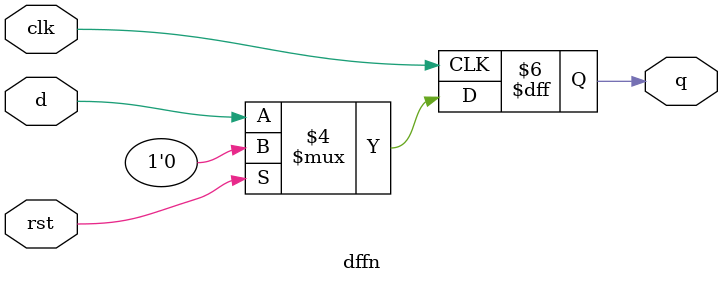
<source format=v>
module dffn
(
clk,rst,d,
q
);
input wire clk;
input wire rst;
input wire d;
output reg q;

always@(negedge clk)
begin
    if(rst==1'd1)
    begin
        q<=1'd0;
    end
    else
    begin
        q<=d;
    end
end

endmodule
</source>
